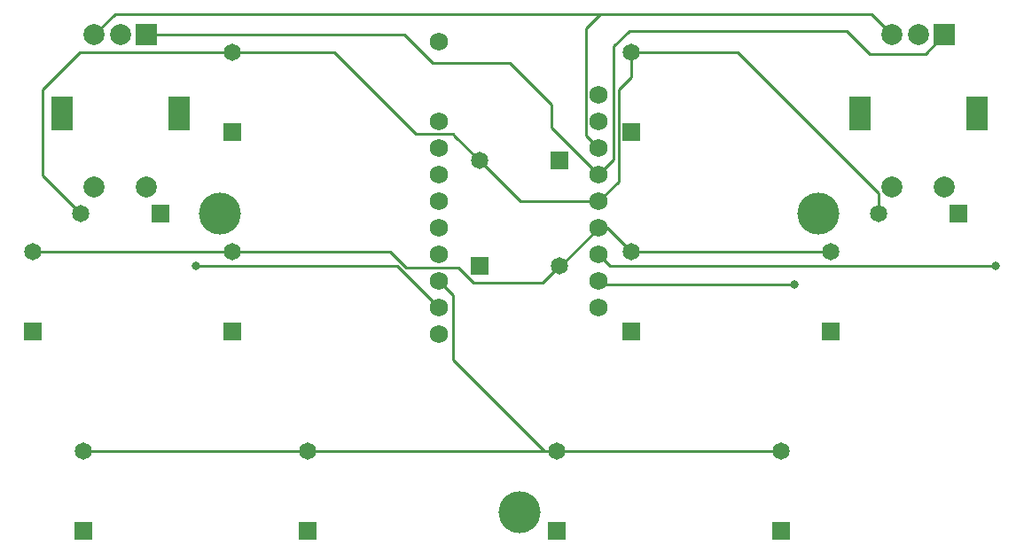
<source format=gtl>
%TF.GenerationSoftware,KiCad,Pcbnew,(5.1.10)-1*%
%TF.CreationDate,2021-10-22T01:43:44-05:00*%
%TF.ProjectId,qwahtrohio,71776168-7472-46f6-9869-6f2e6b696361,rev?*%
%TF.SameCoordinates,Original*%
%TF.FileFunction,Copper,L1,Top*%
%TF.FilePolarity,Positive*%
%FSLAX46Y46*%
G04 Gerber Fmt 4.6, Leading zero omitted, Abs format (unit mm)*
G04 Created by KiCad (PCBNEW (5.1.10)-1) date 2021-10-22 01:43:44*
%MOMM*%
%LPD*%
G01*
G04 APERTURE LIST*
%TA.AperFunction,ComponentPad*%
%ADD10C,1.752600*%
%TD*%
%TA.AperFunction,ComponentPad*%
%ADD11R,2.000000X2.000000*%
%TD*%
%TA.AperFunction,ComponentPad*%
%ADD12C,2.000000*%
%TD*%
%TA.AperFunction,WasherPad*%
%ADD13R,2.000000X3.200000*%
%TD*%
%TA.AperFunction,ComponentPad*%
%ADD14C,4.000000*%
%TD*%
%TA.AperFunction,ComponentPad*%
%ADD15R,1.651000X1.651000*%
%TD*%
%TA.AperFunction,ComponentPad*%
%ADD16C,1.651000*%
%TD*%
%TA.AperFunction,ViaPad*%
%ADD17C,0.800000*%
%TD*%
%TA.AperFunction,Conductor*%
%ADD18C,0.250000*%
%TD*%
G04 APERTURE END LIST*
D10*
X163082500Y-81935000D03*
X163082500Y-84475000D03*
X163082500Y-87015000D03*
X163082500Y-89555000D03*
X163082500Y-92095000D03*
X163082500Y-94635000D03*
X163082500Y-97175000D03*
X163082500Y-99715000D03*
X163082500Y-102255000D03*
X147842500Y-104795000D03*
X147842500Y-102255000D03*
X147842500Y-99715000D03*
X147842500Y-97175000D03*
X147842500Y-94635000D03*
X147842500Y-92095000D03*
X147842500Y-89555000D03*
X147842500Y-87015000D03*
X147842500Y-84475000D03*
X147842500Y-76855000D03*
D11*
X119900000Y-76200000D03*
D12*
X117400000Y-76200000D03*
X114900000Y-76200000D03*
D13*
X123000000Y-83700000D03*
X111800000Y-83700000D03*
D12*
X119900000Y-90700000D03*
X114900000Y-90700000D03*
D11*
X196100000Y-76200000D03*
D12*
X193600000Y-76200000D03*
X191100000Y-76200000D03*
D13*
X199200000Y-83700000D03*
X188000000Y-83700000D03*
D12*
X196100000Y-90700000D03*
X191100000Y-90700000D03*
D14*
X126925000Y-93225000D03*
X155500000Y-121800000D03*
X184075000Y-93225000D03*
D15*
X180487500Y-123610000D03*
D16*
X180487500Y-115990000D03*
D15*
X185250000Y-104560000D03*
D16*
X185250000Y-96940000D03*
D15*
X197410000Y-93225000D03*
D16*
X189790000Y-93225000D03*
D15*
X159056250Y-123610000D03*
D16*
X159056250Y-115990000D03*
D15*
X166200000Y-104560000D03*
D16*
X166200000Y-96940000D03*
D15*
X166200000Y-85510000D03*
D16*
X166200000Y-77890000D03*
D15*
X151690000Y-98225000D03*
D16*
X159310000Y-98225000D03*
D15*
X159310000Y-88225000D03*
D16*
X151690000Y-88225000D03*
D15*
X135243750Y-123610000D03*
D16*
X135243750Y-115990000D03*
D15*
X128100000Y-104560000D03*
D16*
X128100000Y-96940000D03*
D15*
X128100000Y-85510000D03*
D16*
X128100000Y-77890000D03*
D15*
X113812500Y-123610000D03*
D16*
X113812500Y-115990000D03*
D15*
X109050000Y-104560000D03*
D16*
X109050000Y-96940000D03*
D15*
X121210000Y-93225000D03*
D16*
X113590000Y-93225000D03*
D17*
X124599999Y-98244999D03*
X181749999Y-100040000D03*
X200960000Y-98284998D03*
D18*
X155560000Y-92095000D02*
X151690000Y-88225000D01*
X163082500Y-92095000D02*
X155560000Y-92095000D01*
X166200000Y-80214998D02*
X166200000Y-77890000D01*
X164974998Y-90202502D02*
X164974998Y-81440000D01*
X164974998Y-81440000D02*
X166200000Y-80214998D01*
X163082500Y-92095000D02*
X164974998Y-90202502D01*
X189790000Y-91351002D02*
X189790000Y-93225000D01*
X176328998Y-77890000D02*
X189790000Y-91351002D01*
X166200000Y-77890000D02*
X176328998Y-77890000D01*
X149339999Y-85874999D02*
X151690000Y-88225000D01*
X149141301Y-85676301D02*
X149339999Y-85874999D01*
X137824998Y-77890000D02*
X145611299Y-85676301D01*
X145611299Y-85676301D02*
X149141301Y-85676301D01*
X128100000Y-77890000D02*
X137824998Y-77890000D01*
X113524998Y-77890000D02*
X128100000Y-77890000D01*
X109974998Y-81440000D02*
X113524998Y-77890000D01*
X109974998Y-89609998D02*
X109974998Y-81440000D01*
X113590000Y-93225000D02*
X109974998Y-89609998D01*
X109050000Y-96940000D02*
X128100000Y-96940000D01*
X165857500Y-96940000D02*
X166200000Y-96940000D01*
X157695000Y-99840000D02*
X159310000Y-98225000D01*
X151068998Y-99840000D02*
X157695000Y-99840000D01*
X149668998Y-98440000D02*
X151068998Y-99840000D01*
X144663910Y-98440000D02*
X149668998Y-98440000D01*
X143163910Y-96940000D02*
X144663910Y-98440000D01*
X128100000Y-96940000D02*
X143163910Y-96940000D01*
X163895000Y-94635000D02*
X163082500Y-94635000D01*
X166200000Y-96940000D02*
X163895000Y-94635000D01*
X159492500Y-98225000D02*
X159310000Y-98225000D01*
X163082500Y-94635000D02*
X159492500Y-98225000D01*
X166200000Y-96940000D02*
X185250000Y-96940000D01*
X113812500Y-115990000D02*
X180487500Y-115990000D01*
X149174998Y-101047498D02*
X147842500Y-99715000D01*
X149174998Y-107276181D02*
X149174998Y-101047498D01*
X157888817Y-115990000D02*
X149174998Y-107276181D01*
X159056250Y-115990000D02*
X157888817Y-115990000D01*
X147842500Y-102255000D02*
X143977500Y-98390000D01*
X143832499Y-98244999D02*
X143977500Y-98390000D01*
X124599999Y-98244999D02*
X143832499Y-98244999D01*
X163407500Y-100040000D02*
X181749999Y-100040000D01*
X163082500Y-99715000D02*
X163407500Y-100040000D01*
X164147500Y-98240000D02*
X163082500Y-97175000D01*
X200915002Y-98240000D02*
X164147500Y-98240000D01*
X200960000Y-98284998D02*
X200915002Y-98240000D01*
X164524987Y-88112513D02*
X163082500Y-89555000D01*
X164524987Y-77290011D02*
X164524987Y-88112513D01*
X165974998Y-75840000D02*
X164524987Y-77290011D01*
X186774998Y-75840000D02*
X165974998Y-75840000D01*
X188974998Y-78040000D02*
X186774998Y-75840000D01*
X194260000Y-78040000D02*
X188974998Y-78040000D01*
X196100000Y-76200000D02*
X194260000Y-78040000D01*
X158574998Y-85047498D02*
X163082500Y-89555000D01*
X147174998Y-78840000D02*
X154574998Y-78840000D01*
X154574998Y-78840000D02*
X158574998Y-82840000D01*
X144534998Y-76200000D02*
X147174998Y-78840000D01*
X158574998Y-82840000D02*
X158574998Y-85047498D01*
X119900000Y-76200000D02*
X144534998Y-76200000D01*
X189140000Y-74240000D02*
X191100000Y-76200000D01*
X114900000Y-76200000D02*
X116860000Y-74240000D01*
X161881199Y-75533799D02*
X163174998Y-74240000D01*
X163082500Y-87015000D02*
X161881199Y-85813699D01*
X163174998Y-74240000D02*
X189140000Y-74240000D01*
X161881199Y-85813699D02*
X161881199Y-75533799D01*
X116860000Y-74240000D02*
X163174998Y-74240000D01*
M02*

</source>
